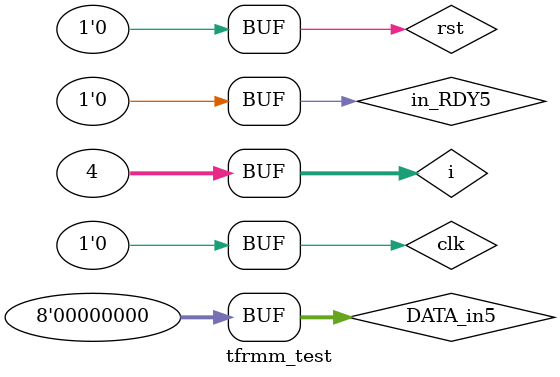
<source format=v>
module tfrmm_test;

reg clk, rst;
reg in_RDY5;
reg [7:0] DATA_in5;
wire out_RDY5, state_cmp5;
wire [7:0] DATA_out5;
integer i;

tf_rmm trmt(.clk(clk), .rst(rst), .in_RDY5(in_RDY5), .DATA_in5(DATA_in5), .state_cmp5(state_cmp5), .out_RDY5(out_RDY5), .DATA_out5(DATA_out5));

initial 
	begin
	     clk = 0;
	     rst = 1; 
	#10  clk = 1;
	     rst = 0;	     
	#10  clk = 0;
	#10  clk = 1;
	     in_RDY5 = 1;
	#10  clk = 0;
	#10  clk = 1;
	     DATA_in5 = 8'b0001_1110;			// Train fee
	#10  clk = 0;
	#10  clk = 1;
	     DATA_in5 = 8'b0000_0101;			// money 
	#10  clk = 0;
	#10  clk = 1;
	     in_RDY5 = 0;
	     DATA_in5 = 8'b0000_0000;
	#10  clk = 0;
	
	for(i=0;i<4;i=i+1) begin
		#10 clk = 1;
		#10 clk = 0;
		end

	#10  clk = 1;
	     in_RDY5 = 1;
	#10  clk = 0;
	#10  clk = 1;
	     DATA_in5 = 8'b0001_1110;
	#10  clk = 0;
	#10  clk = 1;
	     DATA_in5 = 8'b0000_1010;
	#10  clk = 0;
	#10  clk = 1;
	     in_RDY5 = 0;
	     DATA_in5 = 8'b0000_0000;
	#10  clk = 0;
	
	for(i=0;i<4;i=i+1) begin
		#10 clk = 1;
		#10 clk = 0;
		end

	#10  clk = 1;
	     in_RDY5 = 1;
	#10  clk = 0;
	#10  clk = 1;
	     DATA_in5 = 8'b0000_1010;
	#10  clk = 0;
	#10  clk = 1;
	     DATA_in5 = 8'b0001_1110;
	#10  clk = 0;
	#10  clk = 1;
	     in_RDY5 = 0;
	     DATA_in5 = 8'b0000_0000;
	#10  clk = 0;
	
	for(i=0;i<4;i=i+1) begin
		#10 clk = 1;
		#10 clk = 0;
		end
	end
endmodule

</source>
